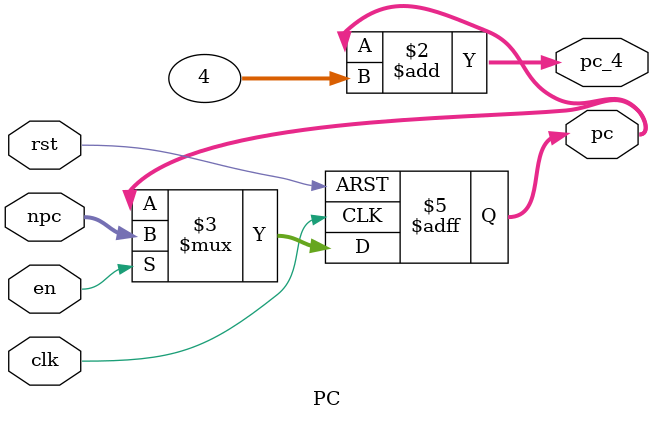
<source format=v>
module PC(input         clk,rst,en,
          input  [31:0] npc,
			 output [31:0] pc,pc_4
			 );
	reg [31:0] pc;
	always@(posedge clk or posedge rst)
	begin
		if(rst)
			pc<=32'h0000_3000;
		else if(en)
			pc<=npc;
	end
	assign pc_4=pc+4;
endmodule

</source>
